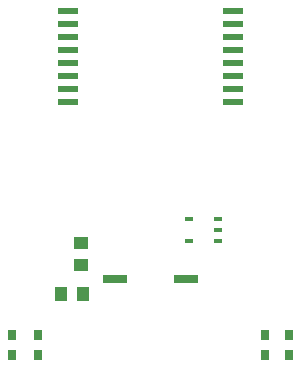
<source format=gbr>
G04 DipTrace 3.2.0.1*
G04 TopPaste.gbr*
%MOMM*%
G04 #@! TF.FileFunction,Paste,Top*
G04 #@! TF.Part,Single*
%ADD41R,0.65X0.36*%
%ADD43R,1.8X0.5*%
%ADD50R,2.086X0.8*%
%ADD52R,1.3X1.1*%
%ADD57R,0.8X0.9*%
%ADD59R,1.1X1.3*%
%FSLAX35Y35*%
G04*
G71*
G90*
G75*
G01*
G04 TopPaste*
%LPD*%
D59*
X1507947Y1636513D3*
X1697947D3*
D57*
X1095240Y1117300D3*
Y1287300D3*
X3238140Y1117300D3*
Y1287300D3*
X1317467D3*
Y1117300D3*
X3444493Y1287300D3*
Y1117300D3*
D52*
X1682553Y1874613D3*
Y2064613D3*
D50*
X1969867Y1763500D3*
X2569867D3*
D43*
X2968293Y3255593D3*
Y3365593D3*
Y3475593D3*
Y3585593D3*
Y3695593D3*
Y3805593D3*
Y3915593D3*
Y4025593D3*
X1568293Y3255593D3*
Y3365593D3*
Y3475593D3*
Y3585593D3*
Y3695593D3*
Y3805593D3*
Y3915593D3*
Y4025593D3*
D41*
X2841307Y2176207D3*
Y2271207D3*
Y2081207D3*
X2596307Y2271207D3*
Y2081207D3*
M02*

</source>
